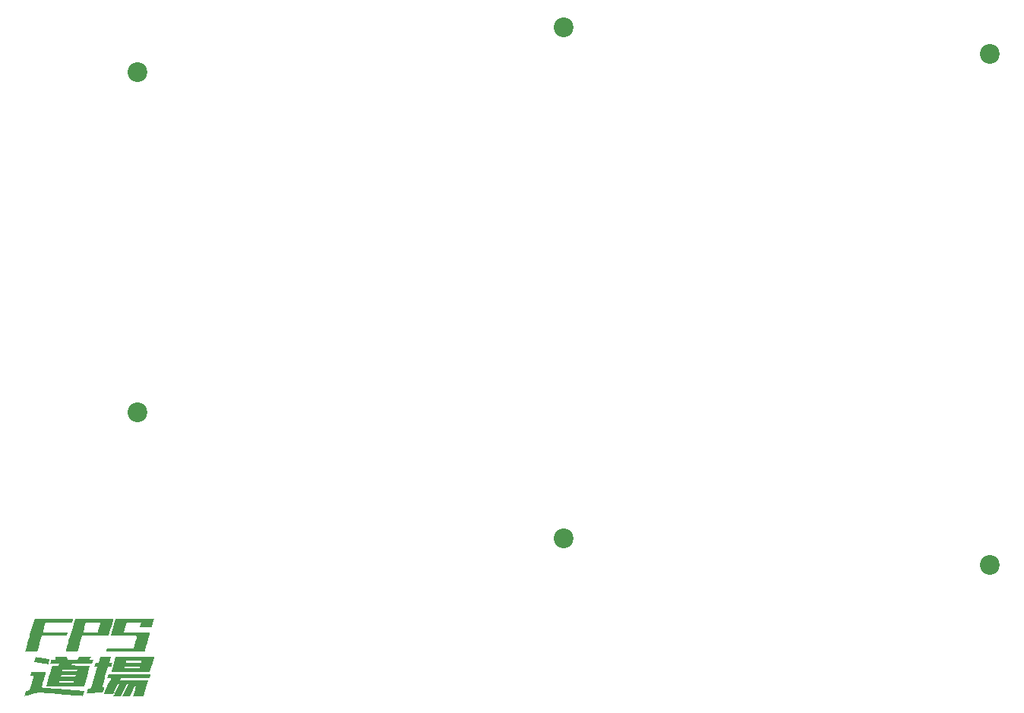
<source format=gbr>
%TF.GenerationSoftware,KiCad,Pcbnew,7.0.6*%
%TF.CreationDate,2023-09-02T14:35:45+09:00*%
%TF.ProjectId,ember_top_plate,656d6265-725f-4746-9f70-5f706c617465,rev?*%
%TF.SameCoordinates,Original*%
%TF.FileFunction,Soldermask,Top*%
%TF.FilePolarity,Negative*%
%FSLAX46Y46*%
G04 Gerber Fmt 4.6, Leading zero omitted, Abs format (unit mm)*
G04 Created by KiCad (PCBNEW 7.0.6) date 2023-09-02 14:35:45*
%MOMM*%
%LPD*%
G01*
G04 APERTURE LIST*
%ADD10C,2.200000*%
G04 APERTURE END LIST*
%TO.C,G\u002A\u002A\u002A*%
G36*
X58680756Y-140251587D02*
G01*
X58709307Y-140256239D01*
X58770266Y-140265714D01*
X58859392Y-140279367D01*
X58972446Y-140296555D01*
X59105188Y-140316632D01*
X59253377Y-140338956D01*
X59412775Y-140362882D01*
X59457850Y-140369632D01*
X59617485Y-140393658D01*
X59765275Y-140416148D01*
X59897296Y-140436488D01*
X60009624Y-140454061D01*
X60098336Y-140468252D01*
X60159506Y-140478446D01*
X60189212Y-140484026D01*
X60191434Y-140484740D01*
X60188480Y-140503735D01*
X60177242Y-140552158D01*
X60159281Y-140623716D01*
X60136155Y-140712115D01*
X60122240Y-140764004D01*
X60048354Y-141037272D01*
X59981508Y-141035070D01*
X59948557Y-141031817D01*
X59883432Y-141023494D01*
X59790571Y-141010736D01*
X59674410Y-140994175D01*
X59539386Y-140974448D01*
X59389938Y-140952187D01*
X59230503Y-140928027D01*
X59202808Y-140923789D01*
X59045167Y-140899538D01*
X58899419Y-140876932D01*
X58769528Y-140856601D01*
X58659461Y-140839174D01*
X58573183Y-140825279D01*
X58514661Y-140815545D01*
X58487859Y-140810602D01*
X58486589Y-140810199D01*
X58489622Y-140791730D01*
X58500836Y-140743663D01*
X58518704Y-140672160D01*
X58541703Y-140583385D01*
X58557389Y-140524171D01*
X58585854Y-140418271D01*
X58607106Y-140343141D01*
X58623429Y-140293732D01*
X58637108Y-140265000D01*
X58650425Y-140251898D01*
X58665666Y-140249378D01*
X58680756Y-140251587D01*
G37*
G36*
X70052324Y-140240709D02*
G01*
X70359456Y-140240965D01*
X70632703Y-140241412D01*
X70873647Y-140242067D01*
X71083872Y-140242946D01*
X71264962Y-140244065D01*
X71418500Y-140245441D01*
X71546069Y-140247091D01*
X71649254Y-140249031D01*
X71729637Y-140251277D01*
X71788803Y-140253846D01*
X71828334Y-140256754D01*
X71849814Y-140260019D01*
X71855069Y-140262976D01*
X71850161Y-140284855D01*
X71836103Y-140338748D01*
X71813894Y-140421033D01*
X71784531Y-140528089D01*
X71749013Y-140656292D01*
X71708339Y-140802022D01*
X71663507Y-140961655D01*
X71620150Y-141115200D01*
X71385231Y-141945076D01*
X69231524Y-141945076D01*
X67077816Y-141945076D01*
X67113643Y-141820022D01*
X67126625Y-141774635D01*
X67148446Y-141698254D01*
X67177782Y-141595520D01*
X67202736Y-141508106D01*
X68501750Y-141508106D01*
X68519668Y-141510289D01*
X68570988Y-141512128D01*
X68652062Y-141513596D01*
X68759239Y-141514666D01*
X68888871Y-141515309D01*
X69037308Y-141515500D01*
X69200901Y-141515209D01*
X69357507Y-141514517D01*
X70213263Y-141509701D01*
X70244884Y-141403173D01*
X70276505Y-141296645D01*
X69418232Y-141296645D01*
X68559960Y-141296645D01*
X68530855Y-141396761D01*
X68514909Y-141453462D01*
X68504337Y-141494593D01*
X68501750Y-141508106D01*
X67202736Y-141508106D01*
X67213309Y-141471070D01*
X67253703Y-141329544D01*
X67297639Y-141175581D01*
X67343794Y-141013819D01*
X67356923Y-140967797D01*
X67387616Y-140860210D01*
X68687017Y-140860210D01*
X68704934Y-140862313D01*
X68756248Y-140864273D01*
X68837303Y-140866044D01*
X68944443Y-140867583D01*
X69074012Y-140868845D01*
X69222353Y-140869787D01*
X69385811Y-140870363D01*
X69539700Y-140870532D01*
X70392383Y-140870532D01*
X70407738Y-140828847D01*
X70424219Y-140777628D01*
X70435423Y-140736214D01*
X70447752Y-140685266D01*
X69588110Y-140685266D01*
X68728469Y-140685266D01*
X68707743Y-140767577D01*
X68695331Y-140818936D01*
X68687929Y-140853563D01*
X68687017Y-140860210D01*
X67387616Y-140860210D01*
X67564376Y-140240627D01*
X69709722Y-140240627D01*
X70052324Y-140240709D01*
G37*
G36*
X61001353Y-135998112D02*
G01*
X61307412Y-135998367D01*
X61579610Y-135998814D01*
X61819541Y-135999467D01*
X62028804Y-136000345D01*
X62208992Y-136001464D01*
X62361702Y-136002841D01*
X62488529Y-136004492D01*
X62591070Y-136006434D01*
X62670920Y-136008685D01*
X62729675Y-136011260D01*
X62768930Y-136014176D01*
X62790282Y-136017451D01*
X62795551Y-136020440D01*
X62790732Y-136047099D01*
X62777790Y-136100282D01*
X62758994Y-136170946D01*
X62746736Y-136214859D01*
X62697922Y-136386869D01*
X61224033Y-136391611D01*
X59750143Y-136396353D01*
X59596948Y-136924362D01*
X59558177Y-137058661D01*
X59522962Y-137181928D01*
X59492596Y-137289535D01*
X59468371Y-137376854D01*
X59451581Y-137439258D01*
X59443517Y-137472119D01*
X59442992Y-137475529D01*
X59449824Y-137480041D01*
X59472024Y-137483966D01*
X59511675Y-137487340D01*
X59570859Y-137490198D01*
X59651658Y-137492573D01*
X59756156Y-137494502D01*
X59886433Y-137496019D01*
X60044574Y-137497159D01*
X60232659Y-137497957D01*
X60452772Y-137498448D01*
X60706995Y-137498668D01*
X60822465Y-137498687D01*
X61044935Y-137498748D01*
X61256281Y-137498923D01*
X61453631Y-137499203D01*
X61634115Y-137499579D01*
X61794861Y-137500040D01*
X61932995Y-137500578D01*
X62045648Y-137501182D01*
X62129947Y-137501843D01*
X62183020Y-137502551D01*
X62201995Y-137503296D01*
X62202008Y-137503319D01*
X62196993Y-137521910D01*
X62183987Y-137568494D01*
X62165136Y-137635422D01*
X62148777Y-137693216D01*
X62096237Y-137878483D01*
X60708118Y-137883231D01*
X59319999Y-137887979D01*
X59091512Y-138689139D01*
X59043281Y-138858181D01*
X58997349Y-139019021D01*
X58954889Y-139167562D01*
X58917075Y-139299707D01*
X58885079Y-139411357D01*
X58860075Y-139498417D01*
X58843235Y-139556789D01*
X58836958Y-139578300D01*
X58810891Y-139666302D01*
X58143292Y-139666302D01*
X57964723Y-139666102D01*
X57819988Y-139665419D01*
X57705871Y-139664130D01*
X57619154Y-139662114D01*
X57556622Y-139659247D01*
X57515057Y-139655406D01*
X57491242Y-139650469D01*
X57481961Y-139644313D01*
X57481683Y-139641048D01*
X57487518Y-139620077D01*
X57502875Y-139565896D01*
X57527064Y-139480917D01*
X57559396Y-139367549D01*
X57599183Y-139228203D01*
X57645735Y-139065289D01*
X57698365Y-138881216D01*
X57756382Y-138678395D01*
X57819099Y-138459236D01*
X57885826Y-138226149D01*
X57955874Y-137981544D01*
X58005898Y-137806913D01*
X58524124Y-135998031D01*
X60659837Y-135998031D01*
X61001353Y-135998112D01*
G37*
G36*
X65449673Y-135998148D02*
G01*
X65717746Y-135998491D01*
X65972983Y-135999043D01*
X66213078Y-135999792D01*
X66435724Y-136000720D01*
X66638616Y-136001814D01*
X66819448Y-136003058D01*
X66975913Y-136004437D01*
X67105706Y-136005938D01*
X67206521Y-136007544D01*
X67276051Y-136009240D01*
X67311991Y-136011013D01*
X67316644Y-136011925D01*
X67311835Y-136031914D01*
X67297799Y-136084169D01*
X67275476Y-136165322D01*
X67245808Y-136272010D01*
X67209735Y-136400866D01*
X67168197Y-136548524D01*
X67122135Y-136711619D01*
X67072490Y-136886785D01*
X67052640Y-136956661D01*
X66788038Y-137887501D01*
X65305036Y-137887624D01*
X63822035Y-137887746D01*
X63593515Y-138689022D01*
X63545280Y-138858077D01*
X63499344Y-139018929D01*
X63456882Y-139167482D01*
X63419064Y-139299639D01*
X63387064Y-139411303D01*
X63362056Y-139498377D01*
X63345211Y-139556765D01*
X63338928Y-139578300D01*
X63312861Y-139666302D01*
X62645261Y-139666302D01*
X62466692Y-139666102D01*
X62321957Y-139665419D01*
X62207840Y-139664130D01*
X62121124Y-139662114D01*
X62058591Y-139659247D01*
X62017026Y-139655406D01*
X61993211Y-139650469D01*
X61983930Y-139644313D01*
X61983652Y-139641048D01*
X61989488Y-139620077D01*
X62004844Y-139565896D01*
X62029033Y-139480917D01*
X62061365Y-139367549D01*
X62101152Y-139228203D01*
X62147705Y-139065289D01*
X62200334Y-138881216D01*
X62258351Y-138678395D01*
X62321068Y-138459236D01*
X62387795Y-138226149D01*
X62457844Y-137981544D01*
X62507868Y-137806913D01*
X62602750Y-137475723D01*
X63944961Y-137475723D01*
X63951784Y-137481503D01*
X63974485Y-137486197D01*
X64015793Y-137489867D01*
X64078440Y-137492577D01*
X64165154Y-137494389D01*
X64278665Y-137495366D01*
X64421704Y-137495570D01*
X64597000Y-137495064D01*
X64752398Y-137494250D01*
X65560595Y-137489424D01*
X65715782Y-136952507D01*
X65754658Y-136817545D01*
X65789969Y-136694067D01*
X65820453Y-136586564D01*
X65844845Y-136499528D01*
X65861880Y-136437453D01*
X65870295Y-136404830D01*
X65870970Y-136401145D01*
X65853070Y-136398233D01*
X65801870Y-136395734D01*
X65721124Y-136393691D01*
X65614583Y-136392150D01*
X65485999Y-136391156D01*
X65339125Y-136390752D01*
X65177713Y-136390983D01*
X65061539Y-136391527D01*
X64252108Y-136396353D01*
X64098915Y-136924362D01*
X64060143Y-137058673D01*
X64024927Y-137181962D01*
X63994561Y-137289599D01*
X63970337Y-137376954D01*
X63953547Y-137439399D01*
X63945485Y-137472302D01*
X63944961Y-137475723D01*
X62602750Y-137475723D01*
X63026093Y-135998031D01*
X65171070Y-135998031D01*
X65449673Y-135998148D01*
G37*
G36*
X71401448Y-142375750D02*
G01*
X71341591Y-142584245D01*
X69745883Y-142588979D01*
X68150174Y-142593714D01*
X68094379Y-142704243D01*
X68066112Y-142761585D01*
X68046039Y-142804869D01*
X68038585Y-142824459D01*
X68056664Y-142825975D01*
X68109112Y-142827526D01*
X68193243Y-142829089D01*
X68306373Y-142830639D01*
X68445818Y-142832151D01*
X68608892Y-142833602D01*
X68792911Y-142834966D01*
X68995191Y-142836219D01*
X69213045Y-142837337D01*
X69443791Y-142838295D01*
X69619923Y-142838883D01*
X71201261Y-142843618D01*
X70951214Y-143719001D01*
X70701166Y-144594384D01*
X70112368Y-144594384D01*
X69523570Y-144594384D01*
X69559040Y-144469329D01*
X69573242Y-144419424D01*
X69596001Y-144339655D01*
X69625671Y-144235781D01*
X69660607Y-144113559D01*
X69699164Y-143978746D01*
X69739697Y-143837100D01*
X69749638Y-143802370D01*
X69904765Y-143260467D01*
X69851740Y-143260467D01*
X69837965Y-143261586D01*
X69824463Y-143266954D01*
X69809487Y-143279586D01*
X69791288Y-143302496D01*
X69768120Y-143338700D01*
X69738235Y-143391212D01*
X69699884Y-143463048D01*
X69651321Y-143557222D01*
X69590797Y-143676750D01*
X69516566Y-143824646D01*
X69465135Y-143927425D01*
X69131555Y-144594384D01*
X68714706Y-144594384D01*
X68297857Y-144594384D01*
X68631437Y-143927425D01*
X68965016Y-143260467D01*
X68871787Y-143260467D01*
X68778557Y-143260467D01*
X68451856Y-143927425D01*
X68125155Y-144594384D01*
X67711337Y-144594384D01*
X67592001Y-144593791D01*
X67486157Y-144592130D01*
X67399052Y-144589578D01*
X67335931Y-144586311D01*
X67302038Y-144582504D01*
X67297690Y-144580489D01*
X67305677Y-144561351D01*
X67328386Y-144512671D01*
X67364051Y-144438091D01*
X67410910Y-144341253D01*
X67467196Y-144225798D01*
X67531147Y-144095368D01*
X67600998Y-143953606D01*
X67620802Y-143913530D01*
X67943745Y-143260467D01*
X67875374Y-143260569D01*
X67807002Y-143260672D01*
X67532299Y-143797841D01*
X67257595Y-144335011D01*
X66731022Y-144335011D01*
X66595652Y-144334596D01*
X66473168Y-144333425D01*
X66368223Y-144331606D01*
X66285469Y-144329247D01*
X66229559Y-144326457D01*
X66205144Y-144323346D01*
X66204449Y-144322713D01*
X66212659Y-144304323D01*
X66236232Y-144256114D01*
X66273587Y-144181218D01*
X66323141Y-144082766D01*
X66383310Y-143963890D01*
X66452514Y-143827723D01*
X66529169Y-143677396D01*
X66611692Y-143516040D01*
X66639825Y-143461136D01*
X66723905Y-143296950D01*
X66802640Y-143142866D01*
X66874450Y-143002001D01*
X66937753Y-142877473D01*
X66990969Y-142772399D01*
X67032516Y-142689896D01*
X67060814Y-142633082D01*
X67074280Y-142605075D01*
X67075200Y-142602683D01*
X67057874Y-142599123D01*
X67010695Y-142596208D01*
X66940860Y-142594236D01*
X66855568Y-142593508D01*
X66855254Y-142593508D01*
X66635307Y-142593508D01*
X66695144Y-142385084D01*
X66754982Y-142176659D01*
X69108143Y-142171957D01*
X71461305Y-142167255D01*
X71401448Y-142375750D01*
G37*
G36*
X59446967Y-141875246D02*
G01*
X59569925Y-141876379D01*
X59669717Y-141878035D01*
X59742610Y-141880169D01*
X59784872Y-141882740D01*
X59794238Y-141884836D01*
X59789292Y-141904963D01*
X59775107Y-141957222D01*
X59752664Y-142038126D01*
X59722943Y-142144191D01*
X59686924Y-142271932D01*
X59645588Y-142417862D01*
X59599914Y-142578498D01*
X59550884Y-142750353D01*
X59545430Y-142769433D01*
X59496236Y-142941790D01*
X59450405Y-143102892D01*
X59408899Y-143249318D01*
X59372681Y-143377646D01*
X59342714Y-143484455D01*
X59319961Y-143566324D01*
X59305383Y-143619832D01*
X59299945Y-143641556D01*
X59299953Y-143641865D01*
X59318435Y-143643583D01*
X59371190Y-143648021D01*
X59455550Y-143654966D01*
X59568851Y-143664205D01*
X59708428Y-143675525D01*
X59871614Y-143688713D01*
X60055745Y-143703556D01*
X60258154Y-143719842D01*
X60476177Y-143737356D01*
X60707148Y-143755887D01*
X60948402Y-143775221D01*
X61197273Y-143795146D01*
X61451095Y-143815448D01*
X61707204Y-143835915D01*
X61962934Y-143856333D01*
X62215619Y-143876490D01*
X62462594Y-143896173D01*
X62701194Y-143915168D01*
X62928753Y-143933263D01*
X63142605Y-143950245D01*
X63340086Y-143965901D01*
X63518530Y-143980018D01*
X63675270Y-143992383D01*
X63807643Y-144002784D01*
X63912982Y-144011006D01*
X63988623Y-144016837D01*
X64031898Y-144020065D01*
X64041466Y-144020665D01*
X64051237Y-144026676D01*
X64053419Y-144048631D01*
X64047250Y-144090666D01*
X64031964Y-144156918D01*
X64006798Y-144251524D01*
X63983411Y-144335011D01*
X63912472Y-144585120D01*
X63812545Y-144581203D01*
X63781869Y-144579270D01*
X63716565Y-144574580D01*
X63618941Y-144567310D01*
X63491305Y-144557640D01*
X63335966Y-144545748D01*
X63155232Y-144531815D01*
X62951411Y-144516017D01*
X62726812Y-144498535D01*
X62483743Y-144479548D01*
X62224512Y-144459234D01*
X61951429Y-144437773D01*
X61666800Y-144415342D01*
X61372934Y-144392122D01*
X61345032Y-144389914D01*
X58977447Y-144202543D01*
X58214033Y-144390129D01*
X58050721Y-144430296D01*
X57897849Y-144467965D01*
X57759329Y-144502170D01*
X57639072Y-144531939D01*
X57540987Y-144556306D01*
X57468987Y-144574301D01*
X57426980Y-144584954D01*
X57418198Y-144587298D01*
X57391370Y-144586648D01*
X57385777Y-144577391D01*
X57390478Y-144554627D01*
X57403168Y-144504599D01*
X57421729Y-144434913D01*
X57444041Y-144353177D01*
X57467987Y-144266999D01*
X57491446Y-144183986D01*
X57512301Y-144111745D01*
X57528432Y-144057884D01*
X57537721Y-144030009D01*
X57538830Y-144027874D01*
X57557477Y-144022231D01*
X57605098Y-144009848D01*
X57674610Y-143992520D01*
X57758930Y-143972040D01*
X57764018Y-143970819D01*
X57984782Y-143917882D01*
X58202864Y-143149167D01*
X58249238Y-142985620D01*
X58292741Y-142832034D01*
X58332274Y-142692310D01*
X58366733Y-142570347D01*
X58395017Y-142470047D01*
X58416026Y-142395309D01*
X58428658Y-142350033D01*
X58431722Y-142338767D01*
X58435210Y-142320496D01*
X58430273Y-142308538D01*
X58410781Y-142301556D01*
X58370602Y-142298210D01*
X58303606Y-142297164D01*
X58240727Y-142297082D01*
X58038954Y-142297082D01*
X58098788Y-142088658D01*
X58158623Y-141880233D01*
X58976430Y-141875409D01*
X59146487Y-141874718D01*
X59304577Y-141874678D01*
X59446967Y-141875246D01*
G37*
G36*
X66219069Y-140243801D02*
G01*
X66357263Y-140244399D01*
X66440281Y-140244998D01*
X67033773Y-140249890D01*
X66943845Y-140555580D01*
X66914248Y-140657383D01*
X66888688Y-140747577D01*
X66868905Y-140819844D01*
X66856635Y-140867863D01*
X66853399Y-140884427D01*
X66865221Y-140896666D01*
X66904103Y-140904097D01*
X66974171Y-140907331D01*
X67010357Y-140907586D01*
X67081521Y-140909099D01*
X67135947Y-140913138D01*
X67165131Y-140918950D01*
X67167834Y-140921520D01*
X67163018Y-140944026D01*
X67149976Y-140994206D01*
X67130818Y-141064151D01*
X67112254Y-141129905D01*
X67089789Y-141208901D01*
X67071677Y-141273354D01*
X67059996Y-141315818D01*
X67056674Y-141329027D01*
X67039506Y-141331058D01*
X66993438Y-141332643D01*
X66926622Y-141333559D01*
X66885173Y-141333698D01*
X66713672Y-141333698D01*
X66391341Y-142440664D01*
X66334323Y-142636377D01*
X66280232Y-142821854D01*
X66229978Y-142993983D01*
X66184473Y-143149650D01*
X66144628Y-143285743D01*
X66111356Y-143399149D01*
X66085566Y-143486756D01*
X66068172Y-143545450D01*
X66060083Y-143572120D01*
X66059742Y-143573129D01*
X66061629Y-143586587D01*
X66084149Y-143592869D01*
X66133653Y-143592956D01*
X66173779Y-143590778D01*
X66240837Y-143587889D01*
X66278586Y-143590791D01*
X66294491Y-143600746D01*
X66296653Y-143611594D01*
X66291877Y-143644014D01*
X66279456Y-143701745D01*
X66261477Y-143776865D01*
X66240030Y-143861448D01*
X66217204Y-143947573D01*
X66195086Y-144027314D01*
X66175766Y-144092748D01*
X66161333Y-144135952D01*
X66154998Y-144148976D01*
X66134785Y-144152669D01*
X66082022Y-144159169D01*
X66001076Y-144168069D01*
X65896311Y-144178961D01*
X65772092Y-144191438D01*
X65632784Y-144205090D01*
X65482751Y-144219511D01*
X65326358Y-144234293D01*
X65167971Y-144249028D01*
X65011953Y-144263309D01*
X64862671Y-144276726D01*
X64724488Y-144288874D01*
X64601770Y-144299343D01*
X64498881Y-144307726D01*
X64420186Y-144313616D01*
X64370050Y-144316604D01*
X64357657Y-144316891D01*
X64317211Y-144316484D01*
X64362532Y-144154376D01*
X64387586Y-144063659D01*
X64413044Y-143969669D01*
X64434155Y-143889986D01*
X64437653Y-143876477D01*
X64454585Y-143816956D01*
X64469663Y-143774760D01*
X64479094Y-143759520D01*
X64501746Y-143757330D01*
X64551827Y-143752525D01*
X64619882Y-143746010D01*
X64643954Y-143743708D01*
X64715492Y-143735882D01*
X64771758Y-143727874D01*
X64803430Y-143721077D01*
X64806866Y-143719368D01*
X64813605Y-143700388D01*
X64829855Y-143648793D01*
X64854735Y-143567534D01*
X64887359Y-143459560D01*
X64926846Y-143327823D01*
X64972312Y-143175273D01*
X65022875Y-143004860D01*
X65077651Y-142819534D01*
X65135756Y-142622247D01*
X65163939Y-142526318D01*
X65511319Y-141342961D01*
X65348402Y-141337634D01*
X65275901Y-141334240D01*
X65219994Y-141329675D01*
X65189043Y-141324711D01*
X65185485Y-141322572D01*
X65190321Y-141301915D01*
X65203449Y-141253210D01*
X65222799Y-141183989D01*
X65243680Y-141110872D01*
X65301874Y-140908907D01*
X65470256Y-140903615D01*
X65638639Y-140898322D01*
X65734089Y-140577839D01*
X65765100Y-140474792D01*
X65792869Y-140384537D01*
X65815561Y-140312884D01*
X65831338Y-140265641D01*
X65838164Y-140248731D01*
X65858112Y-140246782D01*
X65910644Y-140245286D01*
X65991292Y-140244272D01*
X66095590Y-140243768D01*
X66219069Y-140243801D01*
G37*
G36*
X70029565Y-135998094D02*
G01*
X70330430Y-135998299D01*
X70597762Y-135998663D01*
X70833322Y-135999208D01*
X71038868Y-135999953D01*
X71216162Y-136000918D01*
X71366964Y-136002122D01*
X71493033Y-136003585D01*
X71596130Y-136005328D01*
X71678015Y-136007369D01*
X71740448Y-136009729D01*
X71785189Y-136012427D01*
X71813998Y-136015484D01*
X71828635Y-136018919D01*
X71831287Y-136022058D01*
X71823756Y-136045913D01*
X71807480Y-136100217D01*
X71783977Y-136179814D01*
X71754762Y-136279551D01*
X71721354Y-136394272D01*
X71694986Y-136485217D01*
X71567907Y-136924349D01*
X70905580Y-136924355D01*
X70726908Y-136924140D01*
X70582074Y-136923411D01*
X70467863Y-136922046D01*
X70381063Y-136919924D01*
X70318458Y-136916924D01*
X70276837Y-136912926D01*
X70252984Y-136907808D01*
X70243686Y-136901448D01*
X70243253Y-136899399D01*
X70248239Y-136873194D01*
X70261903Y-136818805D01*
X70282306Y-136743548D01*
X70307508Y-136654739D01*
X70314537Y-136630570D01*
X70385821Y-136386704D01*
X69579059Y-136391529D01*
X68772297Y-136396353D01*
X68618865Y-136924362D01*
X68580050Y-137058651D01*
X68544819Y-137181909D01*
X68514464Y-137289511D01*
X68490275Y-137376829D01*
X68473544Y-137439238D01*
X68465561Y-137472111D01*
X68465065Y-137475529D01*
X68471947Y-137479918D01*
X68494093Y-137483754D01*
X68533527Y-137487067D01*
X68592275Y-137489891D01*
X68672361Y-137492256D01*
X68775812Y-137494195D01*
X68904652Y-137495741D01*
X69060906Y-137496924D01*
X69246600Y-137497778D01*
X69463759Y-137498334D01*
X69714408Y-137498624D01*
X69928300Y-137498687D01*
X70219656Y-137498855D01*
X70475275Y-137499371D01*
X70696470Y-137500253D01*
X70884557Y-137501519D01*
X71040850Y-137503189D01*
X71166663Y-137505280D01*
X71263311Y-137507810D01*
X71332108Y-137510798D01*
X71374368Y-137514263D01*
X71391407Y-137518222D01*
X71391904Y-137519095D01*
X71386952Y-137539401D01*
X71372807Y-137591569D01*
X71350537Y-137671856D01*
X71321208Y-137776518D01*
X71285885Y-137901812D01*
X71245637Y-138043996D01*
X71201528Y-138199326D01*
X71154627Y-138364059D01*
X71106000Y-138534452D01*
X71056712Y-138706762D01*
X71007831Y-138877246D01*
X70960424Y-139042161D01*
X70915556Y-139197764D01*
X70874295Y-139340311D01*
X70837707Y-139466061D01*
X70815694Y-139541247D01*
X70778956Y-139666302D01*
X68629404Y-139666302D01*
X68301482Y-139666281D01*
X68008647Y-139666198D01*
X67748929Y-139666023D01*
X67520363Y-139665726D01*
X67320981Y-139665278D01*
X67148815Y-139664649D01*
X67001898Y-139663808D01*
X66878263Y-139662727D01*
X66775943Y-139661375D01*
X66692969Y-139659723D01*
X66627375Y-139657740D01*
X66577193Y-139655397D01*
X66540456Y-139652665D01*
X66515196Y-139649513D01*
X66499447Y-139645911D01*
X66491240Y-139641830D01*
X66488609Y-139637240D01*
X66488982Y-139633880D01*
X66498176Y-139602226D01*
X66514991Y-139545172D01*
X66536445Y-139472822D01*
X66546405Y-139439351D01*
X66594699Y-139277243D01*
X68074985Y-139277243D01*
X68344308Y-139277207D01*
X68578974Y-139277066D01*
X68781376Y-139276766D01*
X68953911Y-139276257D01*
X69098974Y-139275485D01*
X69218960Y-139274399D01*
X69316263Y-139272947D01*
X69393281Y-139271076D01*
X69452407Y-139268734D01*
X69496036Y-139265869D01*
X69526565Y-139262430D01*
X69546388Y-139258363D01*
X69557901Y-139253617D01*
X69563499Y-139248140D01*
X69564917Y-139244821D01*
X69578757Y-139197493D01*
X69600046Y-139123664D01*
X69627439Y-139028078D01*
X69659589Y-138915483D01*
X69695152Y-138790623D01*
X69732782Y-138658245D01*
X69771134Y-138523093D01*
X69808862Y-138389914D01*
X69844620Y-138263454D01*
X69877064Y-138148458D01*
X69904848Y-138049671D01*
X69926626Y-137971841D01*
X69941053Y-137919711D01*
X69946784Y-137898028D01*
X69946827Y-137897728D01*
X69928765Y-137896144D01*
X69876434Y-137894522D01*
X69792622Y-137892891D01*
X69680112Y-137891276D01*
X69541690Y-137889707D01*
X69380142Y-137888211D01*
X69198252Y-137886814D01*
X68998807Y-137885546D01*
X68784591Y-137884432D01*
X68558390Y-137883501D01*
X68477666Y-137883225D01*
X67008505Y-137878483D01*
X67277407Y-136938257D01*
X67546308Y-135998031D01*
X69693408Y-135998031D01*
X70029565Y-135998094D01*
G37*
G36*
X62145378Y-140328629D02*
G01*
X62161160Y-140391498D01*
X62174841Y-140450180D01*
X62175604Y-140453683D01*
X62182211Y-140488306D01*
X62188076Y-140515622D01*
X62197264Y-140536486D01*
X62213842Y-140551757D01*
X62241875Y-140562291D01*
X62285430Y-140568945D01*
X62348572Y-140572575D01*
X62435368Y-140574039D01*
X62549883Y-140574193D01*
X62696184Y-140573893D01*
X62745851Y-140573844D01*
X63286506Y-140573581D01*
X63388402Y-140416630D01*
X63490299Y-140259679D01*
X64144638Y-140259416D01*
X64798978Y-140259154D01*
X64695805Y-140405556D01*
X64651594Y-140469367D01*
X64616854Y-140521554D01*
X64596258Y-140554983D01*
X64592633Y-140563032D01*
X64609989Y-140567227D01*
X64657382Y-140570693D01*
X64727796Y-140573095D01*
X64814216Y-140574096D01*
X64824216Y-140574106D01*
X64911890Y-140574453D01*
X64984260Y-140575401D01*
X65034328Y-140576809D01*
X65055101Y-140578536D01*
X65055298Y-140578738D01*
X65050261Y-140597254D01*
X65036911Y-140644268D01*
X65017272Y-140712696D01*
X64993370Y-140795455D01*
X64993089Y-140796426D01*
X64931381Y-141009482D01*
X63812518Y-141015103D01*
X62693654Y-141020724D01*
X62624114Y-141107736D01*
X62554574Y-141194748D01*
X63626434Y-141199528D01*
X64698294Y-141204308D01*
X64363249Y-142371337D01*
X64028204Y-143538366D01*
X61919236Y-143538366D01*
X61594596Y-143538344D01*
X61305025Y-143538259D01*
X61048535Y-143538080D01*
X60823142Y-143537776D01*
X60626859Y-143537316D01*
X60457701Y-143536670D01*
X60313683Y-143535808D01*
X60192819Y-143534697D01*
X60093123Y-143533309D01*
X60012609Y-143531611D01*
X59949292Y-143529575D01*
X59901187Y-143527168D01*
X59866307Y-143524360D01*
X59842668Y-143521120D01*
X59828282Y-143517419D01*
X59821166Y-143513224D01*
X59819332Y-143508507D01*
X59819775Y-143505944D01*
X59826520Y-143482548D01*
X59842523Y-143426836D01*
X59866838Y-143342111D01*
X59898516Y-143231678D01*
X59932653Y-143112636D01*
X61224679Y-143112636D01*
X62041437Y-143107813D01*
X62858195Y-143102990D01*
X62889872Y-142996271D01*
X62921550Y-142889551D01*
X62106131Y-142894374D01*
X61290711Y-142899198D01*
X61257695Y-143005917D01*
X61224679Y-143112636D01*
X59932653Y-143112636D01*
X59936610Y-143098839D01*
X59980173Y-142946900D01*
X60028257Y-142779163D01*
X60079915Y-142598932D01*
X60118635Y-142463822D01*
X60125655Y-142439332D01*
X61424580Y-142439332D01*
X61430564Y-142445394D01*
X61450435Y-142450417D01*
X61487074Y-142454487D01*
X61543362Y-142457693D01*
X61622179Y-142460122D01*
X61726405Y-142461861D01*
X61858921Y-142462999D01*
X62022607Y-142463624D01*
X62220344Y-142463822D01*
X62229395Y-142463822D01*
X62398433Y-142463512D01*
X62555790Y-142462626D01*
X62697650Y-142461230D01*
X62820198Y-142459388D01*
X62919617Y-142457165D01*
X62992091Y-142454627D01*
X63033806Y-142451840D01*
X63042616Y-142449927D01*
X63052210Y-142425570D01*
X63067879Y-142377827D01*
X63079764Y-142338767D01*
X63108506Y-142241502D01*
X62296075Y-142241502D01*
X61483643Y-142241502D01*
X61454112Y-142328173D01*
X61436756Y-142383816D01*
X61426138Y-142426932D01*
X61424580Y-142439332D01*
X60125655Y-142439332D01*
X60173297Y-142273128D01*
X60225890Y-142089749D01*
X60275347Y-141917396D01*
X60310667Y-141794381D01*
X61609847Y-141794381D01*
X61621027Y-141799822D01*
X61655883Y-141804357D01*
X61716385Y-141808036D01*
X61804504Y-141810910D01*
X61922211Y-141813030D01*
X62071476Y-141814447D01*
X62254271Y-141815213D01*
X62422702Y-141815390D01*
X63235558Y-141815390D01*
X63246691Y-141764442D01*
X63259741Y-141709413D01*
X63269694Y-141671809D01*
X63281564Y-141630124D01*
X62467165Y-141630124D01*
X61652765Y-141630124D01*
X61631306Y-141701748D01*
X61617567Y-141752506D01*
X61610227Y-141789172D01*
X61609847Y-141794381D01*
X60310667Y-141794381D01*
X60320602Y-141759780D01*
X60360590Y-141620613D01*
X60394243Y-141503605D01*
X60420496Y-141412469D01*
X60438282Y-141350915D01*
X60444640Y-141329066D01*
X60481292Y-141204012D01*
X60802998Y-141204012D01*
X61124704Y-141204012D01*
X61202261Y-141111378D01*
X61279818Y-141018745D01*
X60768611Y-141018745D01*
X60635314Y-141018331D01*
X60514972Y-141017162D01*
X60412309Y-141015348D01*
X60332044Y-141013000D01*
X60278901Y-141010227D01*
X60257600Y-141007141D01*
X60257403Y-141006808D01*
X60262051Y-140985242D01*
X60274695Y-140935478D01*
X60293382Y-140865012D01*
X60315294Y-140784489D01*
X60373184Y-140574106D01*
X60639510Y-140574106D01*
X60733987Y-140573197D01*
X60813626Y-140570697D01*
X60871907Y-140566947D01*
X60902309Y-140562288D01*
X60905202Y-140560211D01*
X60900890Y-140536750D01*
X60890016Y-140486945D01*
X60874711Y-140420473D01*
X60870525Y-140402735D01*
X60836481Y-140259154D01*
X61481823Y-140259154D01*
X62127164Y-140259154D01*
X62145378Y-140328629D01*
G37*
%TD*%
D10*
%TO.C,H3*%
X70000000Y-113000000D03*
%TD*%
%TO.C,H1*%
X70000000Y-75000000D03*
%TD*%
%TO.C,H4*%
X165000000Y-73000000D03*
%TD*%
%TO.C,H2*%
X165000000Y-130000000D03*
%TD*%
%TO.C,H5*%
X117500000Y-127000000D03*
%TD*%
%TO.C,H6*%
X117500000Y-70000000D03*
%TD*%
M02*

</source>
